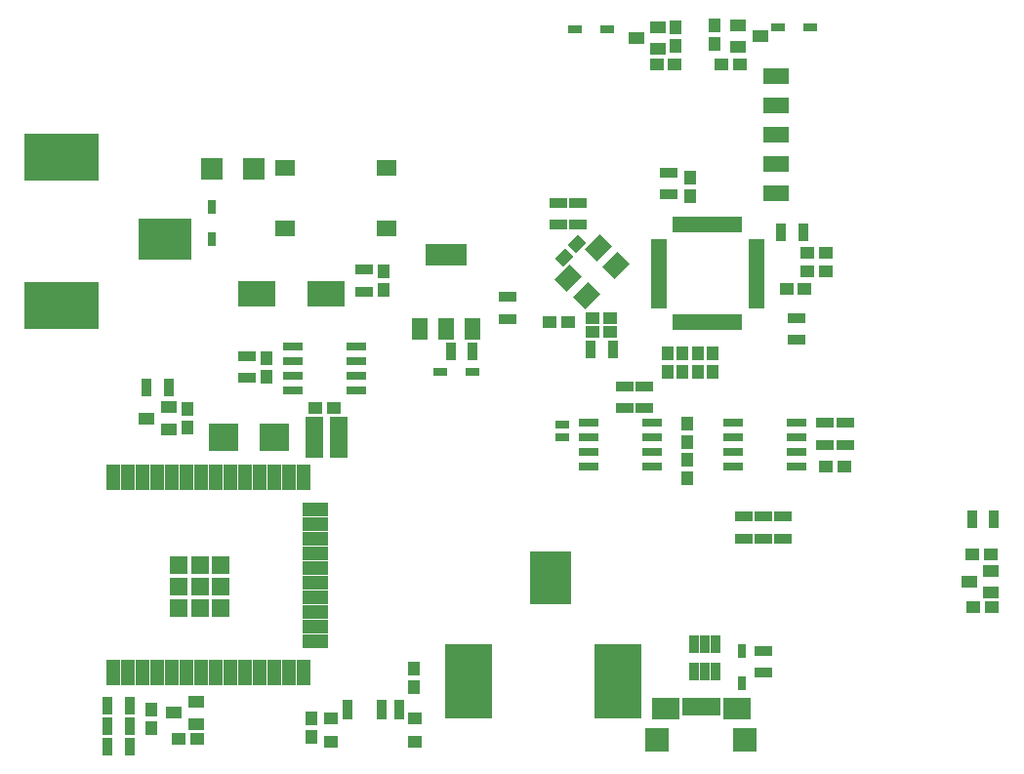
<source format=gtp>
G04*
G04 #@! TF.GenerationSoftware,Altium Limited,Altium Designer,20.0.10 (225)*
G04*
G04 Layer_Color=8421504*
%FSLAX25Y25*%
%MOIN*%
G70*
G01*
G75*
%ADD21R,0.03756X0.06118*%
%ADD22R,0.04800X0.04100*%
%ADD23R,0.05331X0.04150*%
%ADD24R,0.05134X0.03165*%
%ADD25R,0.04100X0.04800*%
%ADD26R,0.08874X0.05331*%
%ADD27R,0.06118X0.03756*%
%ADD28R,0.06906X0.02969*%
%ADD29R,0.06118X0.14386*%
%ADD30R,0.09858X0.09347*%
%ADD31R,0.06236X0.06236*%
%ADD32R,0.04543X0.08874*%
%ADD33R,0.08874X0.04543*%
%ADD34R,0.03756X0.06906*%
%ADD35R,0.04937X0.04150*%
%ADD36R,0.16354X0.25410*%
%ADD37R,0.13992X0.18323*%
%ADD38R,0.04937X0.02969*%
%ADD39R,0.13992X0.07299*%
%ADD40R,0.05724X0.07299*%
%ADD41R,0.07102X0.05724*%
%ADD42R,0.12811X0.08874*%
%ADD43R,0.03165X0.05134*%
%ADD44R,0.07299X0.07299*%
%ADD45R,0.25410X0.16354*%
%ADD46R,0.18323X0.13992*%
G04:AMPARAMS|DCode=47|XSize=72.99mil|YSize=59.21mil|CornerRadius=0mil|HoleSize=0mil|Usage=FLASHONLY|Rotation=225.000|XOffset=0mil|YOffset=0mil|HoleType=Round|Shape=Rectangle|*
%AMROTATEDRECTD47*
4,1,4,0.00487,0.04674,0.04674,0.00487,-0.00487,-0.04674,-0.04674,-0.00487,0.00487,0.04674,0.0*
%
%ADD47ROTATEDRECTD47*%

G04:AMPARAMS|DCode=48|XSize=41mil|YSize=48mil|CornerRadius=0mil|HoleSize=0mil|Usage=FLASHONLY|Rotation=315.000|XOffset=0mil|YOffset=0mil|HoleType=Round|Shape=Rectangle|*
%AMROTATEDRECTD48*
4,1,4,-0.03147,-0.00248,0.00248,0.03147,0.03147,0.00248,-0.00248,-0.03147,-0.03147,-0.00248,0.0*
%
%ADD48ROTATEDRECTD48*%

%ADD49R,0.05724X0.02181*%
%ADD50R,0.02181X0.05724*%
%ADD51R,0.08480X0.08087*%
%ADD52R,0.09268X0.07299*%
%ADD53R,0.02575X0.06315*%
%ADD54R,0.03362X0.06354*%
D21*
X338976Y83071D02*
D03*
X331496D02*
D03*
X161024Y140354D02*
D03*
X153543D02*
D03*
X266339Y181102D02*
D03*
X273819D02*
D03*
X49728Y128165D02*
D03*
X57209D02*
D03*
X43878Y5543D02*
D03*
X36398D02*
D03*
X43878Y12543D02*
D03*
X36398D02*
D03*
X43878Y19543D02*
D03*
X36398D02*
D03*
X208858Y141339D02*
D03*
X201378D02*
D03*
D22*
X337796Y71260D02*
D03*
X331496D02*
D03*
X223760Y238591D02*
D03*
X230060D02*
D03*
X246063Y238583D02*
D03*
X252363D02*
D03*
X281693Y174213D02*
D03*
X275393D02*
D03*
X281693Y167992D02*
D03*
X275393D02*
D03*
X274410Y161811D02*
D03*
X268110D02*
D03*
X281569Y101023D02*
D03*
X287868D02*
D03*
X66863Y8043D02*
D03*
X60563D02*
D03*
X208071Y151969D02*
D03*
X201771D02*
D03*
X208071Y147244D02*
D03*
X201771D02*
D03*
X193701Y150394D02*
D03*
X187401D02*
D03*
X338189Y53150D02*
D03*
X331889D02*
D03*
X113619Y121165D02*
D03*
X107318D02*
D03*
D23*
X337972Y58071D02*
D03*
Y65551D02*
D03*
X330532Y61811D02*
D03*
X251744Y251905D02*
D03*
Y244425D02*
D03*
X259185Y248165D02*
D03*
X224410Y243701D02*
D03*
Y251181D02*
D03*
X216968Y247441D02*
D03*
X57189Y113925D02*
D03*
Y121405D02*
D03*
X49748Y117665D02*
D03*
X66434Y13303D02*
D03*
Y20783D02*
D03*
X58992Y17043D02*
D03*
D24*
X161024Y133465D02*
D03*
X150000D02*
D03*
X265354Y251181D02*
D03*
X276378D02*
D03*
X206976Y250665D02*
D03*
X195953D02*
D03*
D25*
X243701Y245669D02*
D03*
Y251969D02*
D03*
X230410Y244882D02*
D03*
Y251182D02*
D03*
X234252Y97245D02*
D03*
Y103544D02*
D03*
Y115749D02*
D03*
Y109449D02*
D03*
X90650Y131984D02*
D03*
Y138284D02*
D03*
X63484Y120768D02*
D03*
Y114468D02*
D03*
X51083Y18111D02*
D03*
Y11811D02*
D03*
X105968Y9015D02*
D03*
Y15315D02*
D03*
X140969Y32315D02*
D03*
Y26015D02*
D03*
X130468Y161515D02*
D03*
Y167815D02*
D03*
X235236Y193503D02*
D03*
Y199803D02*
D03*
X242913Y139764D02*
D03*
Y133464D02*
D03*
X237795Y133464D02*
D03*
Y139764D02*
D03*
X232677Y133464D02*
D03*
Y139764D02*
D03*
X227559Y133464D02*
D03*
Y139764D02*
D03*
D26*
X264567Y234409D02*
D03*
Y224409D02*
D03*
Y214409D02*
D03*
Y204409D02*
D03*
Y194409D02*
D03*
D27*
X271654Y151969D02*
D03*
Y144488D02*
D03*
X288189Y116142D02*
D03*
Y108661D02*
D03*
X281102Y116142D02*
D03*
Y108661D02*
D03*
X266929Y84055D02*
D03*
Y76575D02*
D03*
X260236Y84055D02*
D03*
Y76575D02*
D03*
X253543Y84055D02*
D03*
Y76575D02*
D03*
X83760Y131496D02*
D03*
Y138976D02*
D03*
X212992Y121063D02*
D03*
Y128543D02*
D03*
X219685Y121063D02*
D03*
Y128543D02*
D03*
X173031Y159153D02*
D03*
Y151673D02*
D03*
X123969Y160925D02*
D03*
Y168405D02*
D03*
X196949Y191240D02*
D03*
Y183760D02*
D03*
X190256Y191240D02*
D03*
Y183760D02*
D03*
X227854Y194193D02*
D03*
Y201673D02*
D03*
X260236Y30709D02*
D03*
Y38189D02*
D03*
D28*
X271555Y116023D02*
D03*
Y111023D02*
D03*
Y106023D02*
D03*
Y101023D02*
D03*
X249902D02*
D03*
Y106023D02*
D03*
Y111023D02*
D03*
Y116023D02*
D03*
X99642Y127165D02*
D03*
Y132165D02*
D03*
Y137165D02*
D03*
Y142165D02*
D03*
X121295D02*
D03*
Y137165D02*
D03*
Y132165D02*
D03*
Y127165D02*
D03*
X222244Y116161D02*
D03*
Y111161D02*
D03*
Y106161D02*
D03*
Y101161D02*
D03*
X200591D02*
D03*
Y106161D02*
D03*
Y111161D02*
D03*
Y116161D02*
D03*
D29*
X106835Y111165D02*
D03*
X115102D02*
D03*
D30*
X76055Y111165D02*
D03*
X93260D02*
D03*
D31*
X75012Y67453D02*
D03*
Y60228D02*
D03*
Y53004D02*
D03*
X67787Y67453D02*
D03*
Y60228D02*
D03*
Y53004D02*
D03*
X60563Y67453D02*
D03*
Y60228D02*
D03*
Y53004D02*
D03*
D32*
X38260Y97630D02*
D03*
X43260D02*
D03*
X48260D02*
D03*
X53260D02*
D03*
X58260D02*
D03*
X63260D02*
D03*
X68260D02*
D03*
X73260D02*
D03*
X78260D02*
D03*
X83260D02*
D03*
X88260D02*
D03*
X93260D02*
D03*
X98260D02*
D03*
X103260D02*
D03*
Y30701D02*
D03*
X98260D02*
D03*
X93260D02*
D03*
X88260D02*
D03*
X83260D02*
D03*
X78260D02*
D03*
X73260D02*
D03*
X68260D02*
D03*
X63260D02*
D03*
X58260D02*
D03*
X53260D02*
D03*
X48260D02*
D03*
X43260D02*
D03*
X38260D02*
D03*
D33*
X107197Y86665D02*
D03*
Y81665D02*
D03*
Y76665D02*
D03*
Y71665D02*
D03*
Y66665D02*
D03*
Y61665D02*
D03*
Y56665D02*
D03*
Y51665D02*
D03*
Y46665D02*
D03*
Y41665D02*
D03*
D34*
X118110Y18055D02*
D03*
X129921D02*
D03*
X135827D02*
D03*
D35*
X141339Y15102D02*
D03*
X112598D02*
D03*
X141339Y7228D02*
D03*
X112598D02*
D03*
D36*
X159646Y27953D02*
D03*
X210433D02*
D03*
D37*
X187598Y63189D02*
D03*
D38*
X191469Y111300D02*
D03*
Y115631D02*
D03*
D39*
X151969Y173382D02*
D03*
D40*
X161024Y148185D02*
D03*
X151969D02*
D03*
X142913D02*
D03*
D41*
X96969Y203165D02*
D03*
Y182653D02*
D03*
X131614Y203165D02*
D03*
Y182653D02*
D03*
D42*
X110780Y160165D02*
D03*
X87157D02*
D03*
D43*
X71949Y189764D02*
D03*
Y178740D02*
D03*
X252854Y38189D02*
D03*
Y27165D02*
D03*
D44*
X71949Y202756D02*
D03*
X86122D02*
D03*
D45*
X20614Y206957D02*
D03*
Y156169D02*
D03*
D46*
X55850Y179004D02*
D03*
D47*
X199759Y159453D02*
D03*
X210059Y169753D02*
D03*
X193634Y165577D02*
D03*
X203934Y175878D02*
D03*
D48*
X196716Y177031D02*
D03*
X192261Y172576D02*
D03*
D49*
X224504Y177992D02*
D03*
Y176024D02*
D03*
Y174055D02*
D03*
Y172087D02*
D03*
Y170118D02*
D03*
Y168150D02*
D03*
Y166181D02*
D03*
Y164213D02*
D03*
Y162244D02*
D03*
Y160276D02*
D03*
Y158307D02*
D03*
Y156339D02*
D03*
X257968D02*
D03*
Y158307D02*
D03*
Y160276D02*
D03*
Y162244D02*
D03*
Y164213D02*
D03*
Y166181D02*
D03*
Y168150D02*
D03*
Y170118D02*
D03*
Y172087D02*
D03*
Y174055D02*
D03*
Y176024D02*
D03*
Y177992D02*
D03*
D50*
X230410Y150433D02*
D03*
X232378D02*
D03*
X234347D02*
D03*
X236315D02*
D03*
X238283D02*
D03*
X240252D02*
D03*
X242220D02*
D03*
X244189D02*
D03*
X246158D02*
D03*
X248126D02*
D03*
X250095D02*
D03*
X252063D02*
D03*
Y183898D02*
D03*
X250095D02*
D03*
X248126D02*
D03*
X246158D02*
D03*
X244189D02*
D03*
X242220D02*
D03*
X240252D02*
D03*
X238283D02*
D03*
X236315D02*
D03*
X234347D02*
D03*
X232378D02*
D03*
X230410D02*
D03*
D51*
X253937Y7874D02*
D03*
X224016D02*
D03*
D52*
X251181Y18612D02*
D03*
X226772D02*
D03*
D53*
X233858Y19094D02*
D03*
X236417D02*
D03*
X238976D02*
D03*
X241535D02*
D03*
X244094D02*
D03*
D54*
X243898Y40354D02*
D03*
X240158D02*
D03*
X236417D02*
D03*
Y31102D02*
D03*
X240158D02*
D03*
X243898D02*
D03*
M02*

</source>
